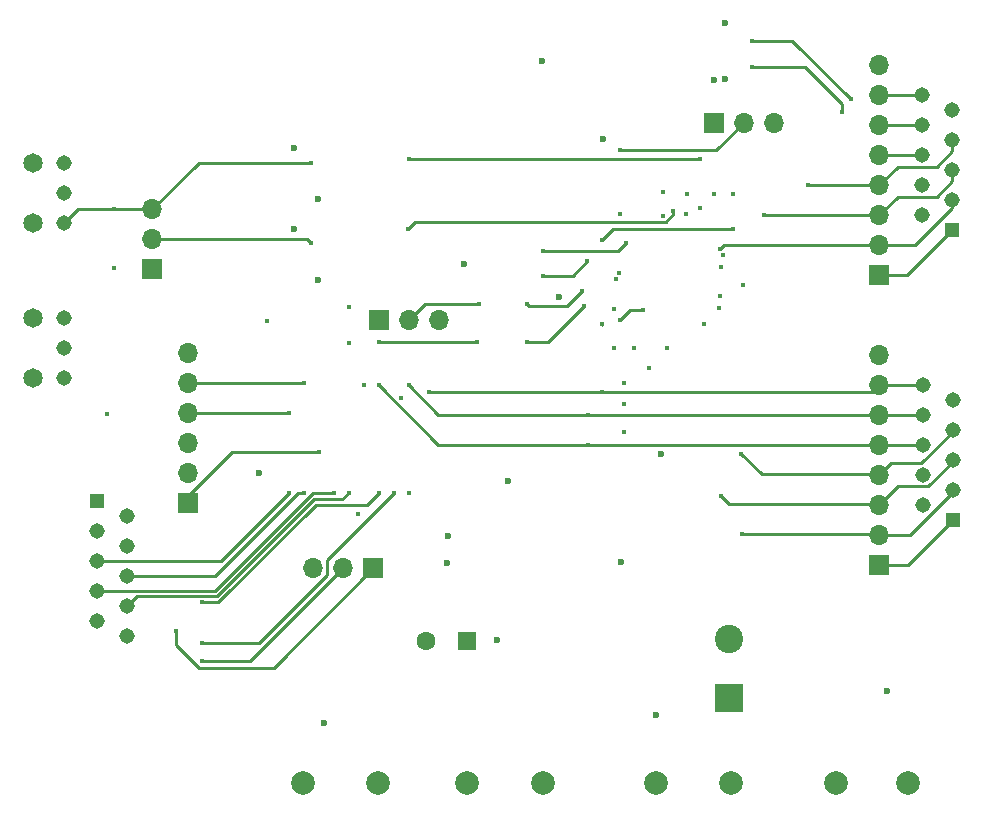
<source format=gbr>
G04 #@! TF.GenerationSoftware,KiCad,Pcbnew,(5.1.9-0-10_14)*
G04 #@! TF.CreationDate,2021-04-05T13:34:52+02:00*
G04 #@! TF.ProjectId,dac,6461632e-6b69-4636-9164-5f7063625858,rev?*
G04 #@! TF.SameCoordinates,Original*
G04 #@! TF.FileFunction,Copper,L3,Inr*
G04 #@! TF.FilePolarity,Positive*
%FSLAX46Y46*%
G04 Gerber Fmt 4.6, Leading zero omitted, Abs format (unit mm)*
G04 Created by KiCad (PCBNEW (5.1.9-0-10_14)) date 2021-04-05 13:34:52*
%MOMM*%
%LPD*%
G01*
G04 APERTURE LIST*
G04 #@! TA.AperFunction,ComponentPad*
%ADD10C,1.308000*%
G04 #@! TD*
G04 #@! TA.AperFunction,ComponentPad*
%ADD11C,1.650000*%
G04 #@! TD*
G04 #@! TA.AperFunction,ComponentPad*
%ADD12O,1.700000X1.700000*%
G04 #@! TD*
G04 #@! TA.AperFunction,ComponentPad*
%ADD13R,1.700000X1.700000*%
G04 #@! TD*
G04 #@! TA.AperFunction,ComponentPad*
%ADD14C,2.000000*%
G04 #@! TD*
G04 #@! TA.AperFunction,ComponentPad*
%ADD15R,1.308000X1.308000*%
G04 #@! TD*
G04 #@! TA.AperFunction,ComponentPad*
%ADD16C,1.600000*%
G04 #@! TD*
G04 #@! TA.AperFunction,ComponentPad*
%ADD17R,1.600000X1.600000*%
G04 #@! TD*
G04 #@! TA.AperFunction,ComponentPad*
%ADD18C,2.400000*%
G04 #@! TD*
G04 #@! TA.AperFunction,ComponentPad*
%ADD19R,2.400000X2.400000*%
G04 #@! TD*
G04 #@! TA.AperFunction,ViaPad*
%ADD20C,0.400000*%
G04 #@! TD*
G04 #@! TA.AperFunction,ViaPad*
%ADD21C,0.600000*%
G04 #@! TD*
G04 #@! TA.AperFunction,Conductor*
%ADD22C,0.250000*%
G04 #@! TD*
G04 APERTURE END LIST*
D10*
X115025000Y-83185000D03*
X115025000Y-85725000D03*
X115025000Y-88265000D03*
D11*
X112395000Y-88265000D03*
X112395000Y-83185000D03*
D10*
X115025000Y-70104000D03*
X115025000Y-72644000D03*
X115025000Y-75184000D03*
D11*
X112395000Y-75184000D03*
X112395000Y-70104000D03*
D12*
X136080500Y-104394000D03*
X138620500Y-104394000D03*
D13*
X141160500Y-104394000D03*
D14*
X171450000Y-122555000D03*
X165100000Y-122555000D03*
D15*
X190246000Y-100266500D03*
D10*
X187706000Y-98996500D03*
X190246000Y-97726500D03*
X187706000Y-96456500D03*
X190246000Y-95186500D03*
X187706000Y-93916500D03*
X190246000Y-92646500D03*
X187706000Y-91376500D03*
X190246000Y-90106500D03*
X187706000Y-88836500D03*
D12*
X184023000Y-86296500D03*
X184023000Y-88836500D03*
X184023000Y-91376500D03*
X184023000Y-93916500D03*
X184023000Y-96456500D03*
X184023000Y-98996500D03*
X184023000Y-101536500D03*
D13*
X184023000Y-104076500D03*
D12*
X175107600Y-66649600D03*
X172567600Y-66649600D03*
D13*
X170027600Y-66649600D03*
D12*
X122491500Y-73977500D03*
X122491500Y-76517500D03*
D13*
X122491500Y-79057500D03*
D12*
X184023000Y-61785500D03*
X184023000Y-64325500D03*
X184023000Y-66865500D03*
X184023000Y-69405500D03*
X184023000Y-71945500D03*
X184023000Y-74485500D03*
X184023000Y-77025500D03*
D13*
X184023000Y-79565500D03*
D12*
X146748500Y-83375500D03*
X144208500Y-83375500D03*
D13*
X141668500Y-83375500D03*
D15*
X117792500Y-98679000D03*
D10*
X120332500Y-99949000D03*
X117792500Y-101219000D03*
X120332500Y-102489000D03*
X117792500Y-103759000D03*
X120332500Y-105029000D03*
X117792500Y-106299000D03*
X120332500Y-107569000D03*
X117792500Y-108839000D03*
X120332500Y-110109000D03*
D15*
X190224000Y-75755500D03*
D10*
X187684000Y-74485500D03*
X190224000Y-73215500D03*
X187684000Y-71945500D03*
X190224000Y-70675500D03*
X187684000Y-69405500D03*
X190224000Y-68135500D03*
X187684000Y-66865500D03*
X190224000Y-65595500D03*
X187684000Y-64325500D03*
D16*
X145661500Y-110553500D03*
D17*
X149161500Y-110553500D03*
D12*
X125476000Y-86156800D03*
X125476000Y-88696800D03*
X125476000Y-91236800D03*
X125476000Y-93776800D03*
X125476000Y-96316800D03*
D13*
X125476000Y-98856800D03*
D14*
X180340000Y-122555000D03*
X186436000Y-122555000D03*
X141605000Y-122555000D03*
X149098000Y-122555000D03*
X155575000Y-122555000D03*
X135255000Y-122555000D03*
D18*
X171323000Y-110379500D03*
D19*
X171323000Y-115379500D03*
D20*
X165709600Y-74523600D03*
X165709600Y-72542400D03*
X164566600Y-87401400D03*
D21*
X170992800Y-58216800D03*
X156921200Y-81381600D03*
X136550400Y-73152000D03*
X136550400Y-79959200D03*
X131508500Y-96329500D03*
X152579000Y-96976000D03*
D20*
X166096000Y-85770400D03*
X172491400Y-80391000D03*
X162411400Y-88693000D03*
X162411400Y-92815400D03*
X162411400Y-90465900D03*
D21*
X155445800Y-61470200D03*
X148844000Y-78587600D03*
X160629600Y-68072000D03*
X170977600Y-63007200D03*
X134518400Y-75641200D03*
X134518400Y-68783200D03*
D20*
X132160000Y-83422500D03*
X139874000Y-99838500D03*
D21*
X147510500Y-101663500D03*
D20*
X159258000Y-78412000D03*
X155600400Y-79603600D03*
X162585400Y-76818000D03*
X155600400Y-77520800D03*
D21*
X184658000Y-114808000D03*
X165100000Y-116840000D03*
D20*
X135331200Y-88696800D03*
X134061200Y-91236800D03*
X136601200Y-94538800D03*
X144208500Y-88900000D03*
X159385000Y-91376500D03*
X150114000Y-81978500D03*
X141668500Y-88900000D03*
X159385000Y-93916500D03*
X149987000Y-85217000D03*
X141668500Y-85217000D03*
D21*
X165544500Y-94678500D03*
D20*
X161976500Y-79387000D03*
X167716200Y-72720200D03*
X167649768Y-74380968D03*
D21*
X147433000Y-103963500D03*
X162179000Y-103822500D03*
X151638000Y-110490000D03*
X137033000Y-117475000D03*
D20*
X163271200Y-85699600D03*
X161734959Y-79936236D03*
X161594800Y-85750400D03*
X161544000Y-82397600D03*
X160528000Y-83718400D03*
X140411200Y-88849200D03*
X145948400Y-89458800D03*
X160528000Y-89458800D03*
X154228800Y-85242400D03*
X159054800Y-82194400D03*
X158902400Y-80873600D03*
X154178000Y-81991200D03*
X170561000Y-77343000D03*
X170827765Y-77884800D03*
X174269400Y-74498200D03*
X177977800Y-71958200D03*
X170611800Y-78862000D03*
X135890000Y-70053200D03*
X119253000Y-73977500D03*
X135890000Y-76860400D03*
X162115500Y-74422000D03*
X162111164Y-68981662D03*
X160528000Y-76581000D03*
X171653200Y-75641200D03*
X171653200Y-72694800D03*
X169189400Y-83693000D03*
X172440600Y-101523800D03*
X170611800Y-98272600D03*
X170459400Y-82372200D03*
X170510200Y-81322199D03*
X172339000Y-94716600D03*
D21*
X170027600Y-63042800D03*
D20*
X181610000Y-64668400D03*
X173228000Y-59740800D03*
X162119800Y-83362800D03*
X170027600Y-72694800D03*
X164033200Y-82550000D03*
X180898800Y-65735200D03*
X173228000Y-61925200D03*
X168859200Y-73914000D03*
X168859200Y-69697600D03*
X144221200Y-69697600D03*
X166573200Y-74117200D03*
X144170400Y-75641200D03*
X139128500Y-97980500D03*
X137843498Y-97995502D03*
X139128500Y-85344000D03*
X139128500Y-82296000D03*
X135318500Y-97980500D03*
X134048500Y-97980500D03*
X118681500Y-91313000D03*
X119253000Y-78994000D03*
X126682500Y-107274010D03*
X141668500Y-97980500D03*
X144208500Y-98044000D03*
X124523500Y-109728000D03*
X143573500Y-89979500D03*
X126682500Y-112268000D03*
X126682500Y-110680500D03*
X142938500Y-98044000D03*
D22*
X158066400Y-79603600D02*
X155600400Y-79603600D01*
X159258000Y-78412000D02*
X158066400Y-79603600D01*
X161882600Y-77520800D02*
X155600400Y-77520800D01*
X162585400Y-76818000D02*
X161882600Y-77520800D01*
X135331200Y-88696800D02*
X125476000Y-88696800D01*
X134061200Y-91236800D02*
X125476000Y-91236800D01*
X125476000Y-98856800D02*
X125476000Y-98298000D01*
X129235200Y-94538800D02*
X136601200Y-94538800D01*
X125476000Y-98298000D02*
X129235200Y-94538800D01*
X146685000Y-91376500D02*
X144208500Y-88900000D01*
X159385000Y-91376500D02*
X146685000Y-91376500D01*
X177990500Y-91376500D02*
X159385000Y-91376500D01*
X145605500Y-81978500D02*
X150114000Y-81978500D01*
X144208500Y-83375500D02*
X145605500Y-81978500D01*
X184023000Y-66865500D02*
X187684000Y-66865500D01*
X184023000Y-91376500D02*
X187706000Y-91376500D01*
X177990500Y-91376500D02*
X184023000Y-91376500D01*
X146685000Y-93916500D02*
X141668500Y-88900000D01*
X157988000Y-93916500D02*
X146685000Y-93916500D01*
X159385000Y-93916500D02*
X157988000Y-93916500D01*
X177990500Y-93916500D02*
X159385000Y-93916500D01*
X149987000Y-85217000D02*
X141668500Y-85217000D01*
X184023000Y-69405500D02*
X187684000Y-69405500D01*
X184023000Y-93916500D02*
X187706000Y-93916500D01*
X177990500Y-93916500D02*
X184023000Y-93916500D01*
X160528000Y-83820000D02*
X160528000Y-83718400D01*
X183400700Y-89458800D02*
X184023000Y-88836500D01*
X160528000Y-89458800D02*
X183400700Y-89458800D01*
X145948400Y-89458800D02*
X160528000Y-89458800D01*
X184023000Y-64325500D02*
X187684000Y-64325500D01*
X184023000Y-88836500D02*
X187706000Y-88836500D01*
X155803600Y-85242400D02*
X154228800Y-85242400D01*
X156006800Y-85242400D02*
X155803600Y-85242400D01*
X159054800Y-82194400D02*
X156006800Y-85242400D01*
X157584801Y-82191199D02*
X158902400Y-80873600D01*
X154377999Y-82191199D02*
X157584801Y-82191199D01*
X154178000Y-81991200D02*
X154377999Y-82191199D01*
X187060998Y-77025500D02*
X190224000Y-73862498D01*
X190224000Y-73862498D02*
X190224000Y-73215500D01*
X184023000Y-77025500D02*
X187060998Y-77025500D01*
X184010300Y-77038200D02*
X184023000Y-77025500D01*
X170865800Y-77038200D02*
X184010300Y-77038200D01*
X170561000Y-77343000D02*
X170865800Y-77038200D01*
X190224000Y-71600395D02*
X190224000Y-70675500D01*
X185583999Y-72924501D02*
X188899894Y-72924501D01*
X188899894Y-72924501D02*
X190224000Y-71600395D01*
X184023000Y-74485500D02*
X185583999Y-72924501D01*
X184010300Y-74498200D02*
X184023000Y-74485500D01*
X174269400Y-74498200D02*
X184010300Y-74498200D01*
X190224000Y-69060395D02*
X190224000Y-68135500D01*
X188899894Y-70384501D02*
X190224000Y-69060395D01*
X185583999Y-70384501D02*
X188899894Y-70384501D01*
X184023000Y-71945500D02*
X185583999Y-70384501D01*
X184010300Y-71958200D02*
X184023000Y-71945500D01*
X177977800Y-71958200D02*
X184010300Y-71958200D01*
X126415800Y-70053200D02*
X122491500Y-73977500D01*
X135890000Y-70053200D02*
X126415800Y-70053200D01*
X116231500Y-73977500D02*
X115025000Y-75184000D01*
X119253000Y-73977500D02*
X116231500Y-73977500D01*
X122491500Y-73977500D02*
X119253000Y-73977500D01*
X135547100Y-76517500D02*
X135890000Y-76860400D01*
X122491500Y-76517500D02*
X135547100Y-76517500D01*
X170235538Y-68981662D02*
X162111164Y-68981662D01*
X172567600Y-66649600D02*
X170235538Y-68981662D01*
X161467800Y-75641200D02*
X171653200Y-75641200D01*
X160528000Y-76581000D02*
X161467800Y-75641200D01*
X190246000Y-97905422D02*
X190246000Y-97726500D01*
X186614922Y-101536500D02*
X190246000Y-97905422D01*
X184023000Y-101536500D02*
X186614922Y-101536500D01*
X183768002Y-101536500D02*
X184023000Y-101536500D01*
X183755302Y-101523800D02*
X183768002Y-101536500D01*
X172440600Y-101523800D02*
X183755302Y-101523800D01*
X188175921Y-97435501D02*
X190246000Y-95365422D01*
X185583999Y-97435501D02*
X188175921Y-97435501D01*
X190246000Y-95365422D02*
X190246000Y-95186500D01*
X184023000Y-98996500D02*
X185583999Y-97435501D01*
X184010300Y-98983800D02*
X184023000Y-98996500D01*
X171323000Y-98983800D02*
X184010300Y-98983800D01*
X170611800Y-98272600D02*
X171323000Y-98983800D01*
X190246000Y-92825422D02*
X190246000Y-92646500D01*
X187593923Y-95477499D02*
X190246000Y-92825422D01*
X185002001Y-95477499D02*
X187593923Y-95477499D01*
X184023000Y-96456500D02*
X185002001Y-95477499D01*
X184010300Y-96443800D02*
X184023000Y-96456500D01*
X174066200Y-96443800D02*
X184010300Y-96443800D01*
X172339000Y-94716600D02*
X174066200Y-96443800D01*
X186414000Y-79565500D02*
X190224000Y-75755500D01*
X184023000Y-79565500D02*
X186414000Y-79565500D01*
X181610000Y-64668400D02*
X176733200Y-59791600D01*
X176682400Y-59740800D02*
X173228000Y-59740800D01*
X176733200Y-59791600D02*
X176682400Y-59740800D01*
X162932600Y-82550000D02*
X162119800Y-83362800D01*
X164033200Y-82550000D02*
X162932600Y-82550000D01*
X186436000Y-104076500D02*
X190246000Y-100266500D01*
X184023000Y-104076500D02*
X186436000Y-104076500D01*
X180898800Y-65735200D02*
X180898800Y-65074800D01*
X177749200Y-61925200D02*
X173228000Y-61925200D01*
X180898800Y-65074800D02*
X177749200Y-61925200D01*
X168859200Y-69697600D02*
X144221200Y-69697600D01*
X144762999Y-75048601D02*
X144170400Y-75641200D01*
X165961601Y-75048601D02*
X144762999Y-75048601D01*
X166573200Y-74437002D02*
X165961601Y-75048601D01*
X166573200Y-74117200D02*
X166573200Y-74437002D01*
X138557000Y-98552000D02*
X139128500Y-97980500D01*
X136160412Y-98552000D02*
X138557000Y-98552000D01*
X121152490Y-106749010D02*
X120332500Y-107569000D01*
X127963402Y-106749010D02*
X121152490Y-106749010D01*
X136160412Y-98552000D02*
X127963402Y-106749010D01*
X127777002Y-106299000D02*
X136080500Y-97995502D01*
X117792500Y-106299000D02*
X127777002Y-106299000D01*
X136080500Y-97995502D02*
X137843498Y-97995502D01*
X134825502Y-97980500D02*
X135318500Y-97980500D01*
X127777002Y-105029000D02*
X134825502Y-97980500D01*
X120332500Y-105029000D02*
X127777002Y-105029000D01*
X128270000Y-103759000D02*
X134048500Y-97980500D01*
X117792500Y-103759000D02*
X128270000Y-103759000D01*
X126682500Y-107274010D02*
X128074812Y-107274010D01*
X128074812Y-107274010D02*
X128149803Y-107199019D01*
X140646990Y-99002010D02*
X141668500Y-97980500D01*
X136346812Y-99002010D02*
X140646990Y-99002010D01*
X128149803Y-107199019D02*
X136346812Y-99002010D01*
X124523500Y-110886002D02*
X126430499Y-112793001D01*
X132761499Y-112793001D02*
X141160500Y-104394000D01*
X126430499Y-112793001D02*
X132761499Y-112793001D01*
X124523500Y-109728000D02*
X124523500Y-110886002D01*
X130746500Y-112268000D02*
X138620500Y-104394000D01*
X126682500Y-112268000D02*
X130746500Y-112268000D01*
X137255501Y-104958001D02*
X137255501Y-103726999D01*
X131533002Y-110680500D02*
X137255501Y-104958001D01*
X137255501Y-103726999D02*
X142938500Y-98044000D01*
X126682500Y-110680500D02*
X131533002Y-110680500D01*
M02*

</source>
